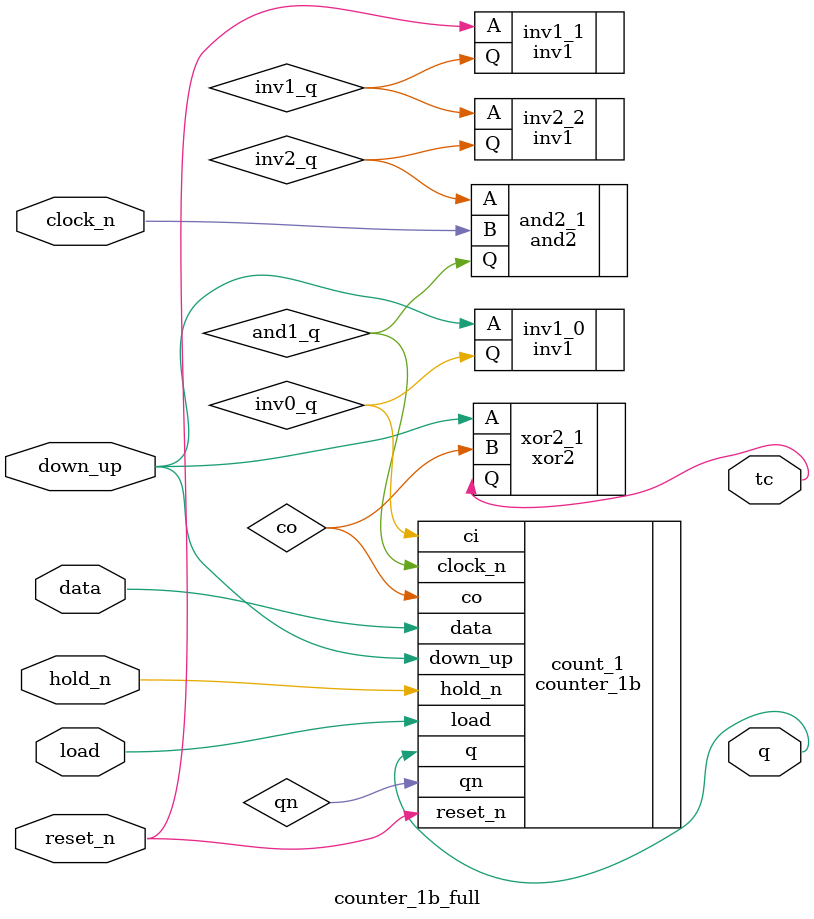
<source format=v>

`timescale 1ns/10ps

module counter_1b_full (data, down_up, load, clock_n, reset_n, hold_n, q, tc);
	input data, down_up, load, clock_n, reset_n, hold_n;
	output q, tc;
	wire data, down_up, load, clock_n, reset_n, hold_n, q, tc;
	
	wire inv0_q;
	wire inv1_q, inv2_q;
	wire and1_q, co;
	wire qn;


	// Down/~Top

	inv1 inv1_0(.A(down_up), .Q(inv0_q));

	
	// Reset
	
	inv1 inv1_1(.A(reset_n), .Q(inv1_q));
	inv1 inv2_2(.A(inv1_q), .Q(inv2_q));

	and2 and2_1(.Q(and1_q), .A(inv2_q), .B(clock_n));	

	
	// Counter 1b

	counter_1b count_1
	(
		.data(data), 
		.ci(inv0_q), 
		.down_up(down_up),
		.load(load),
		.clock_n(and1_q),
		.reset_n(reset_n),
		.hold_n(hold_n),
		.q(q),
		.qn(qn),
		.co(co)
	);

	
	// Terminal count

	xor2 xor2_1(.A(down_up), .B(co), .Q(tc));



endmodule

</source>
